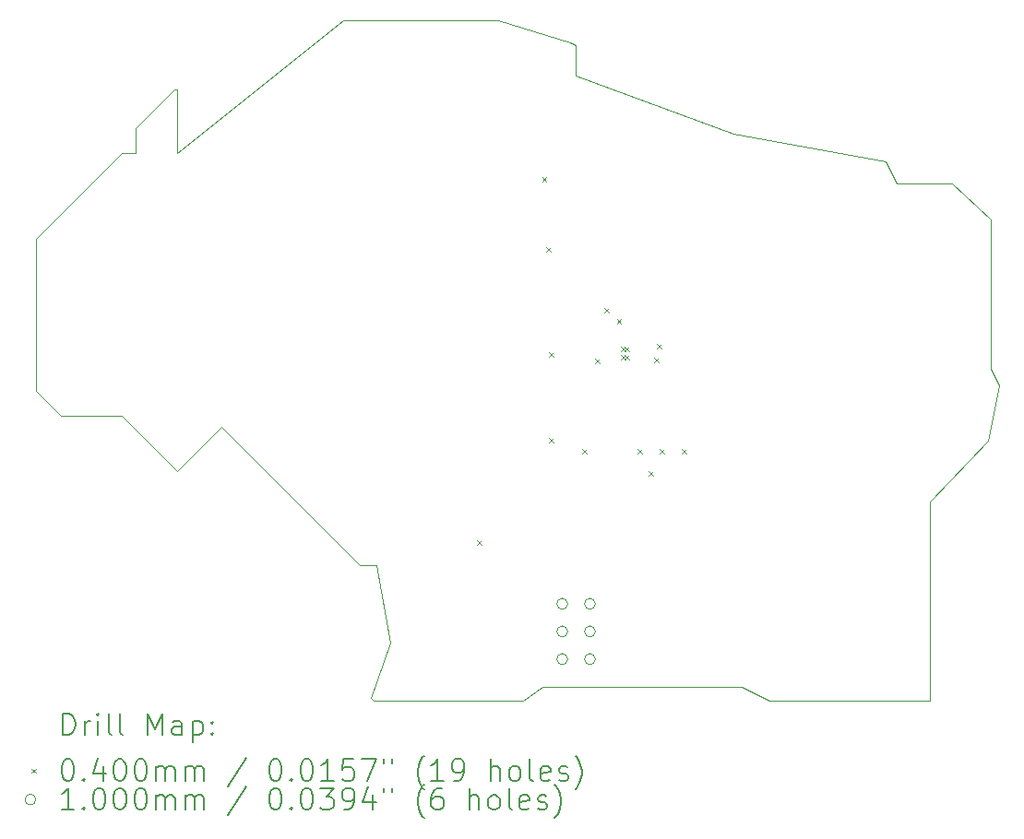
<source format=gbr>
%TF.GenerationSoftware,KiCad,Pcbnew,7.0.1*%
%TF.CreationDate,2024-01-19T17:32:19-06:00*%
%TF.ProjectId,Techno Buffalo,54656368-6e6f-4204-9275-6666616c6f2e,rev?*%
%TF.SameCoordinates,Original*%
%TF.FileFunction,Drillmap*%
%TF.FilePolarity,Positive*%
%FSLAX45Y45*%
G04 Gerber Fmt 4.5, Leading zero omitted, Abs format (unit mm)*
G04 Created by KiCad (PCBNEW 7.0.1) date 2024-01-19 17:32:19*
%MOMM*%
%LPD*%
G01*
G04 APERTURE LIST*
%ADD10C,0.100000*%
%ADD11C,0.200000*%
%ADD12C,0.040000*%
G04 APERTURE END LIST*
D10*
X13970000Y-12369800D02*
X13893800Y-12217400D01*
X13335000Y-15265400D02*
X13335000Y-13436600D01*
X7975600Y-9017000D02*
X7950200Y-9017000D01*
X5918200Y-12649200D02*
X6426200Y-13157200D01*
X5918200Y-10236200D02*
X5130800Y-11023600D01*
X6400800Y-9652000D02*
X6045200Y-10007600D01*
X9372600Y-9017000D02*
X7975600Y-9017000D01*
X11607800Y-15138400D02*
X11861800Y-15265400D01*
X8255000Y-14020800D02*
X8382000Y-14732000D01*
X10033000Y-9220200D02*
X9372600Y-9017000D01*
X9601200Y-15265400D02*
X9779000Y-15138400D01*
X12928600Y-10312400D02*
X11531600Y-10058400D01*
X5130800Y-12420600D02*
X5359400Y-12649200D01*
X8204200Y-15240000D02*
X8229600Y-15265400D01*
X8102600Y-14020800D02*
X8255000Y-14020800D01*
X8382000Y-14732000D02*
X8204200Y-15240000D01*
X6426200Y-9652000D02*
X6400800Y-9652000D01*
X13030200Y-10515600D02*
X12928600Y-10312400D01*
X10083800Y-9245600D02*
X10033000Y-9220200D01*
X5130800Y-11023600D02*
X5130800Y-12420600D01*
X6426200Y-10236200D02*
X6426200Y-9652000D01*
X6426200Y-13157200D02*
X6832600Y-12750800D01*
X6045200Y-10236200D02*
X5918200Y-10236200D01*
X8229600Y-15265400D02*
X9601200Y-15265400D01*
X13538200Y-10515600D02*
X13030200Y-10515600D01*
X13893800Y-10845800D02*
X13538200Y-10515600D01*
X9779000Y-15138400D02*
X11607800Y-15138400D01*
X7950200Y-9017000D02*
X6426200Y-10236200D01*
X13868400Y-12877800D02*
X13970000Y-12369800D01*
X6832600Y-12750800D02*
X8102600Y-14020800D01*
X6045200Y-10007600D02*
X6045200Y-10236200D01*
X11531600Y-10058400D02*
X10083800Y-9525000D01*
X11861800Y-15265400D02*
X13335000Y-15265400D01*
X13893800Y-12217400D02*
X13893800Y-10845800D01*
X5359400Y-12649200D02*
X5918200Y-12649200D01*
X13335000Y-13436600D02*
X13868400Y-12877800D01*
X10083800Y-9525000D02*
X10083800Y-9245600D01*
D11*
D12*
X9174800Y-13797600D02*
X9214800Y-13837600D01*
X9214800Y-13797600D02*
X9174800Y-13837600D01*
X9771700Y-10457500D02*
X9811700Y-10497500D01*
X9811700Y-10457500D02*
X9771700Y-10497500D01*
X9809800Y-11105200D02*
X9849800Y-11145200D01*
X9849800Y-11105200D02*
X9809800Y-11145200D01*
X9835200Y-12070400D02*
X9875200Y-12110400D01*
X9875200Y-12070400D02*
X9835200Y-12110400D01*
X9835200Y-12857800D02*
X9875200Y-12897800D01*
X9875200Y-12857800D02*
X9835200Y-12897800D01*
X10140000Y-12959400D02*
X10180000Y-12999400D01*
X10180000Y-12959400D02*
X10140000Y-12999400D01*
X10259566Y-12125750D02*
X10299566Y-12165750D01*
X10299566Y-12125750D02*
X10259566Y-12165750D01*
X10343200Y-11664000D02*
X10383200Y-11704000D01*
X10383200Y-11664000D02*
X10343200Y-11704000D01*
X10458450Y-11765600D02*
X10498450Y-11805600D01*
X10498450Y-11765600D02*
X10458450Y-11805600D01*
X10495600Y-12019600D02*
X10535600Y-12059600D01*
X10535600Y-12019600D02*
X10495600Y-12059600D01*
X10495600Y-12095800D02*
X10535600Y-12135800D01*
X10535600Y-12095800D02*
X10495600Y-12135800D01*
X10527250Y-12019600D02*
X10567250Y-12059600D01*
X10567250Y-12019600D02*
X10527250Y-12059600D01*
X10527250Y-12095800D02*
X10567250Y-12135800D01*
X10567250Y-12095800D02*
X10527250Y-12135800D01*
X10648000Y-12959400D02*
X10688000Y-12999400D01*
X10688000Y-12959400D02*
X10648000Y-12999400D01*
X10749600Y-13162600D02*
X10789600Y-13202600D01*
X10789600Y-13162600D02*
X10749600Y-13202600D01*
X10800400Y-12121200D02*
X10840400Y-12161200D01*
X10840400Y-12121200D02*
X10800400Y-12161200D01*
X10825800Y-11994200D02*
X10865800Y-12034200D01*
X10865800Y-11994200D02*
X10825800Y-12034200D01*
X10851200Y-12959400D02*
X10891200Y-12999400D01*
X10891200Y-12959400D02*
X10851200Y-12999400D01*
X11054400Y-12959400D02*
X11094400Y-12999400D01*
X11094400Y-12959400D02*
X11054400Y-12999400D01*
D10*
X10006800Y-14376400D02*
G75*
G03*
X10006800Y-14376400I-50000J0D01*
G01*
X10006800Y-14630400D02*
G75*
G03*
X10006800Y-14630400I-50000J0D01*
G01*
X10006800Y-14884400D02*
G75*
G03*
X10006800Y-14884400I-50000J0D01*
G01*
X10260800Y-14376400D02*
G75*
G03*
X10260800Y-14376400I-50000J0D01*
G01*
X10260800Y-14630400D02*
G75*
G03*
X10260800Y-14630400I-50000J0D01*
G01*
X10260800Y-14884400D02*
G75*
G03*
X10260800Y-14884400I-50000J0D01*
G01*
D11*
X5373419Y-15582924D02*
X5373419Y-15382924D01*
X5373419Y-15382924D02*
X5421038Y-15382924D01*
X5421038Y-15382924D02*
X5449610Y-15392448D01*
X5449610Y-15392448D02*
X5468657Y-15411495D01*
X5468657Y-15411495D02*
X5478181Y-15430543D01*
X5478181Y-15430543D02*
X5487705Y-15468638D01*
X5487705Y-15468638D02*
X5487705Y-15497209D01*
X5487705Y-15497209D02*
X5478181Y-15535305D01*
X5478181Y-15535305D02*
X5468657Y-15554352D01*
X5468657Y-15554352D02*
X5449610Y-15573400D01*
X5449610Y-15573400D02*
X5421038Y-15582924D01*
X5421038Y-15582924D02*
X5373419Y-15582924D01*
X5573419Y-15582924D02*
X5573419Y-15449590D01*
X5573419Y-15487686D02*
X5582943Y-15468638D01*
X5582943Y-15468638D02*
X5592467Y-15459114D01*
X5592467Y-15459114D02*
X5611514Y-15449590D01*
X5611514Y-15449590D02*
X5630562Y-15449590D01*
X5697228Y-15582924D02*
X5697228Y-15449590D01*
X5697228Y-15382924D02*
X5687705Y-15392448D01*
X5687705Y-15392448D02*
X5697228Y-15401971D01*
X5697228Y-15401971D02*
X5706752Y-15392448D01*
X5706752Y-15392448D02*
X5697228Y-15382924D01*
X5697228Y-15382924D02*
X5697228Y-15401971D01*
X5821038Y-15582924D02*
X5801990Y-15573400D01*
X5801990Y-15573400D02*
X5792467Y-15554352D01*
X5792467Y-15554352D02*
X5792467Y-15382924D01*
X5925800Y-15582924D02*
X5906752Y-15573400D01*
X5906752Y-15573400D02*
X5897228Y-15554352D01*
X5897228Y-15554352D02*
X5897228Y-15382924D01*
X6154371Y-15582924D02*
X6154371Y-15382924D01*
X6154371Y-15382924D02*
X6221038Y-15525781D01*
X6221038Y-15525781D02*
X6287705Y-15382924D01*
X6287705Y-15382924D02*
X6287705Y-15582924D01*
X6468657Y-15582924D02*
X6468657Y-15478162D01*
X6468657Y-15478162D02*
X6459133Y-15459114D01*
X6459133Y-15459114D02*
X6440086Y-15449590D01*
X6440086Y-15449590D02*
X6401990Y-15449590D01*
X6401990Y-15449590D02*
X6382943Y-15459114D01*
X6468657Y-15573400D02*
X6449609Y-15582924D01*
X6449609Y-15582924D02*
X6401990Y-15582924D01*
X6401990Y-15582924D02*
X6382943Y-15573400D01*
X6382943Y-15573400D02*
X6373419Y-15554352D01*
X6373419Y-15554352D02*
X6373419Y-15535305D01*
X6373419Y-15535305D02*
X6382943Y-15516257D01*
X6382943Y-15516257D02*
X6401990Y-15506733D01*
X6401990Y-15506733D02*
X6449609Y-15506733D01*
X6449609Y-15506733D02*
X6468657Y-15497209D01*
X6563895Y-15449590D02*
X6563895Y-15649590D01*
X6563895Y-15459114D02*
X6582943Y-15449590D01*
X6582943Y-15449590D02*
X6621038Y-15449590D01*
X6621038Y-15449590D02*
X6640086Y-15459114D01*
X6640086Y-15459114D02*
X6649609Y-15468638D01*
X6649609Y-15468638D02*
X6659133Y-15487686D01*
X6659133Y-15487686D02*
X6659133Y-15544828D01*
X6659133Y-15544828D02*
X6649609Y-15563876D01*
X6649609Y-15563876D02*
X6640086Y-15573400D01*
X6640086Y-15573400D02*
X6621038Y-15582924D01*
X6621038Y-15582924D02*
X6582943Y-15582924D01*
X6582943Y-15582924D02*
X6563895Y-15573400D01*
X6744848Y-15563876D02*
X6754371Y-15573400D01*
X6754371Y-15573400D02*
X6744848Y-15582924D01*
X6744848Y-15582924D02*
X6735324Y-15573400D01*
X6735324Y-15573400D02*
X6744848Y-15563876D01*
X6744848Y-15563876D02*
X6744848Y-15582924D01*
X6744848Y-15459114D02*
X6754371Y-15468638D01*
X6754371Y-15468638D02*
X6744848Y-15478162D01*
X6744848Y-15478162D02*
X6735324Y-15468638D01*
X6735324Y-15468638D02*
X6744848Y-15459114D01*
X6744848Y-15459114D02*
X6744848Y-15478162D01*
D12*
X5085800Y-15890400D02*
X5125800Y-15930400D01*
X5125800Y-15890400D02*
X5085800Y-15930400D01*
D11*
X5411514Y-15802924D02*
X5430562Y-15802924D01*
X5430562Y-15802924D02*
X5449610Y-15812448D01*
X5449610Y-15812448D02*
X5459133Y-15821971D01*
X5459133Y-15821971D02*
X5468657Y-15841019D01*
X5468657Y-15841019D02*
X5478181Y-15879114D01*
X5478181Y-15879114D02*
X5478181Y-15926733D01*
X5478181Y-15926733D02*
X5468657Y-15964828D01*
X5468657Y-15964828D02*
X5459133Y-15983876D01*
X5459133Y-15983876D02*
X5449610Y-15993400D01*
X5449610Y-15993400D02*
X5430562Y-16002924D01*
X5430562Y-16002924D02*
X5411514Y-16002924D01*
X5411514Y-16002924D02*
X5392467Y-15993400D01*
X5392467Y-15993400D02*
X5382943Y-15983876D01*
X5382943Y-15983876D02*
X5373419Y-15964828D01*
X5373419Y-15964828D02*
X5363895Y-15926733D01*
X5363895Y-15926733D02*
X5363895Y-15879114D01*
X5363895Y-15879114D02*
X5373419Y-15841019D01*
X5373419Y-15841019D02*
X5382943Y-15821971D01*
X5382943Y-15821971D02*
X5392467Y-15812448D01*
X5392467Y-15812448D02*
X5411514Y-15802924D01*
X5563895Y-15983876D02*
X5573419Y-15993400D01*
X5573419Y-15993400D02*
X5563895Y-16002924D01*
X5563895Y-16002924D02*
X5554371Y-15993400D01*
X5554371Y-15993400D02*
X5563895Y-15983876D01*
X5563895Y-15983876D02*
X5563895Y-16002924D01*
X5744848Y-15869590D02*
X5744848Y-16002924D01*
X5697228Y-15793400D02*
X5649609Y-15936257D01*
X5649609Y-15936257D02*
X5773419Y-15936257D01*
X5887705Y-15802924D02*
X5906752Y-15802924D01*
X5906752Y-15802924D02*
X5925800Y-15812448D01*
X5925800Y-15812448D02*
X5935324Y-15821971D01*
X5935324Y-15821971D02*
X5944848Y-15841019D01*
X5944848Y-15841019D02*
X5954371Y-15879114D01*
X5954371Y-15879114D02*
X5954371Y-15926733D01*
X5954371Y-15926733D02*
X5944848Y-15964828D01*
X5944848Y-15964828D02*
X5935324Y-15983876D01*
X5935324Y-15983876D02*
X5925800Y-15993400D01*
X5925800Y-15993400D02*
X5906752Y-16002924D01*
X5906752Y-16002924D02*
X5887705Y-16002924D01*
X5887705Y-16002924D02*
X5868657Y-15993400D01*
X5868657Y-15993400D02*
X5859133Y-15983876D01*
X5859133Y-15983876D02*
X5849609Y-15964828D01*
X5849609Y-15964828D02*
X5840086Y-15926733D01*
X5840086Y-15926733D02*
X5840086Y-15879114D01*
X5840086Y-15879114D02*
X5849609Y-15841019D01*
X5849609Y-15841019D02*
X5859133Y-15821971D01*
X5859133Y-15821971D02*
X5868657Y-15812448D01*
X5868657Y-15812448D02*
X5887705Y-15802924D01*
X6078181Y-15802924D02*
X6097229Y-15802924D01*
X6097229Y-15802924D02*
X6116276Y-15812448D01*
X6116276Y-15812448D02*
X6125800Y-15821971D01*
X6125800Y-15821971D02*
X6135324Y-15841019D01*
X6135324Y-15841019D02*
X6144848Y-15879114D01*
X6144848Y-15879114D02*
X6144848Y-15926733D01*
X6144848Y-15926733D02*
X6135324Y-15964828D01*
X6135324Y-15964828D02*
X6125800Y-15983876D01*
X6125800Y-15983876D02*
X6116276Y-15993400D01*
X6116276Y-15993400D02*
X6097229Y-16002924D01*
X6097229Y-16002924D02*
X6078181Y-16002924D01*
X6078181Y-16002924D02*
X6059133Y-15993400D01*
X6059133Y-15993400D02*
X6049609Y-15983876D01*
X6049609Y-15983876D02*
X6040086Y-15964828D01*
X6040086Y-15964828D02*
X6030562Y-15926733D01*
X6030562Y-15926733D02*
X6030562Y-15879114D01*
X6030562Y-15879114D02*
X6040086Y-15841019D01*
X6040086Y-15841019D02*
X6049609Y-15821971D01*
X6049609Y-15821971D02*
X6059133Y-15812448D01*
X6059133Y-15812448D02*
X6078181Y-15802924D01*
X6230562Y-16002924D02*
X6230562Y-15869590D01*
X6230562Y-15888638D02*
X6240086Y-15879114D01*
X6240086Y-15879114D02*
X6259133Y-15869590D01*
X6259133Y-15869590D02*
X6287705Y-15869590D01*
X6287705Y-15869590D02*
X6306752Y-15879114D01*
X6306752Y-15879114D02*
X6316276Y-15898162D01*
X6316276Y-15898162D02*
X6316276Y-16002924D01*
X6316276Y-15898162D02*
X6325800Y-15879114D01*
X6325800Y-15879114D02*
X6344848Y-15869590D01*
X6344848Y-15869590D02*
X6373419Y-15869590D01*
X6373419Y-15869590D02*
X6392467Y-15879114D01*
X6392467Y-15879114D02*
X6401990Y-15898162D01*
X6401990Y-15898162D02*
X6401990Y-16002924D01*
X6497229Y-16002924D02*
X6497229Y-15869590D01*
X6497229Y-15888638D02*
X6506752Y-15879114D01*
X6506752Y-15879114D02*
X6525800Y-15869590D01*
X6525800Y-15869590D02*
X6554371Y-15869590D01*
X6554371Y-15869590D02*
X6573419Y-15879114D01*
X6573419Y-15879114D02*
X6582943Y-15898162D01*
X6582943Y-15898162D02*
X6582943Y-16002924D01*
X6582943Y-15898162D02*
X6592467Y-15879114D01*
X6592467Y-15879114D02*
X6611514Y-15869590D01*
X6611514Y-15869590D02*
X6640086Y-15869590D01*
X6640086Y-15869590D02*
X6659133Y-15879114D01*
X6659133Y-15879114D02*
X6668657Y-15898162D01*
X6668657Y-15898162D02*
X6668657Y-16002924D01*
X7059133Y-15793400D02*
X6887705Y-16050543D01*
X7316276Y-15802924D02*
X7335324Y-15802924D01*
X7335324Y-15802924D02*
X7354372Y-15812448D01*
X7354372Y-15812448D02*
X7363895Y-15821971D01*
X7363895Y-15821971D02*
X7373419Y-15841019D01*
X7373419Y-15841019D02*
X7382943Y-15879114D01*
X7382943Y-15879114D02*
X7382943Y-15926733D01*
X7382943Y-15926733D02*
X7373419Y-15964828D01*
X7373419Y-15964828D02*
X7363895Y-15983876D01*
X7363895Y-15983876D02*
X7354372Y-15993400D01*
X7354372Y-15993400D02*
X7335324Y-16002924D01*
X7335324Y-16002924D02*
X7316276Y-16002924D01*
X7316276Y-16002924D02*
X7297229Y-15993400D01*
X7297229Y-15993400D02*
X7287705Y-15983876D01*
X7287705Y-15983876D02*
X7278181Y-15964828D01*
X7278181Y-15964828D02*
X7268657Y-15926733D01*
X7268657Y-15926733D02*
X7268657Y-15879114D01*
X7268657Y-15879114D02*
X7278181Y-15841019D01*
X7278181Y-15841019D02*
X7287705Y-15821971D01*
X7287705Y-15821971D02*
X7297229Y-15812448D01*
X7297229Y-15812448D02*
X7316276Y-15802924D01*
X7468657Y-15983876D02*
X7478181Y-15993400D01*
X7478181Y-15993400D02*
X7468657Y-16002924D01*
X7468657Y-16002924D02*
X7459133Y-15993400D01*
X7459133Y-15993400D02*
X7468657Y-15983876D01*
X7468657Y-15983876D02*
X7468657Y-16002924D01*
X7601991Y-15802924D02*
X7621038Y-15802924D01*
X7621038Y-15802924D02*
X7640086Y-15812448D01*
X7640086Y-15812448D02*
X7649610Y-15821971D01*
X7649610Y-15821971D02*
X7659133Y-15841019D01*
X7659133Y-15841019D02*
X7668657Y-15879114D01*
X7668657Y-15879114D02*
X7668657Y-15926733D01*
X7668657Y-15926733D02*
X7659133Y-15964828D01*
X7659133Y-15964828D02*
X7649610Y-15983876D01*
X7649610Y-15983876D02*
X7640086Y-15993400D01*
X7640086Y-15993400D02*
X7621038Y-16002924D01*
X7621038Y-16002924D02*
X7601991Y-16002924D01*
X7601991Y-16002924D02*
X7582943Y-15993400D01*
X7582943Y-15993400D02*
X7573419Y-15983876D01*
X7573419Y-15983876D02*
X7563895Y-15964828D01*
X7563895Y-15964828D02*
X7554372Y-15926733D01*
X7554372Y-15926733D02*
X7554372Y-15879114D01*
X7554372Y-15879114D02*
X7563895Y-15841019D01*
X7563895Y-15841019D02*
X7573419Y-15821971D01*
X7573419Y-15821971D02*
X7582943Y-15812448D01*
X7582943Y-15812448D02*
X7601991Y-15802924D01*
X7859133Y-16002924D02*
X7744848Y-16002924D01*
X7801991Y-16002924D02*
X7801991Y-15802924D01*
X7801991Y-15802924D02*
X7782943Y-15831495D01*
X7782943Y-15831495D02*
X7763895Y-15850543D01*
X7763895Y-15850543D02*
X7744848Y-15860067D01*
X8040086Y-15802924D02*
X7944848Y-15802924D01*
X7944848Y-15802924D02*
X7935324Y-15898162D01*
X7935324Y-15898162D02*
X7944848Y-15888638D01*
X7944848Y-15888638D02*
X7963895Y-15879114D01*
X7963895Y-15879114D02*
X8011514Y-15879114D01*
X8011514Y-15879114D02*
X8030562Y-15888638D01*
X8030562Y-15888638D02*
X8040086Y-15898162D01*
X8040086Y-15898162D02*
X8049610Y-15917209D01*
X8049610Y-15917209D02*
X8049610Y-15964828D01*
X8049610Y-15964828D02*
X8040086Y-15983876D01*
X8040086Y-15983876D02*
X8030562Y-15993400D01*
X8030562Y-15993400D02*
X8011514Y-16002924D01*
X8011514Y-16002924D02*
X7963895Y-16002924D01*
X7963895Y-16002924D02*
X7944848Y-15993400D01*
X7944848Y-15993400D02*
X7935324Y-15983876D01*
X8116276Y-15802924D02*
X8249610Y-15802924D01*
X8249610Y-15802924D02*
X8163895Y-16002924D01*
X8316276Y-15802924D02*
X8316276Y-15841019D01*
X8392467Y-15802924D02*
X8392467Y-15841019D01*
X8687705Y-16079114D02*
X8678181Y-16069590D01*
X8678181Y-16069590D02*
X8659134Y-16041019D01*
X8659134Y-16041019D02*
X8649610Y-16021971D01*
X8649610Y-16021971D02*
X8640086Y-15993400D01*
X8640086Y-15993400D02*
X8630562Y-15945781D01*
X8630562Y-15945781D02*
X8630562Y-15907686D01*
X8630562Y-15907686D02*
X8640086Y-15860067D01*
X8640086Y-15860067D02*
X8649610Y-15831495D01*
X8649610Y-15831495D02*
X8659134Y-15812448D01*
X8659134Y-15812448D02*
X8678181Y-15783876D01*
X8678181Y-15783876D02*
X8687705Y-15774352D01*
X8868657Y-16002924D02*
X8754372Y-16002924D01*
X8811515Y-16002924D02*
X8811515Y-15802924D01*
X8811515Y-15802924D02*
X8792467Y-15831495D01*
X8792467Y-15831495D02*
X8773419Y-15850543D01*
X8773419Y-15850543D02*
X8754372Y-15860067D01*
X8963896Y-16002924D02*
X9001991Y-16002924D01*
X9001991Y-16002924D02*
X9021038Y-15993400D01*
X9021038Y-15993400D02*
X9030562Y-15983876D01*
X9030562Y-15983876D02*
X9049610Y-15955305D01*
X9049610Y-15955305D02*
X9059134Y-15917209D01*
X9059134Y-15917209D02*
X9059134Y-15841019D01*
X9059134Y-15841019D02*
X9049610Y-15821971D01*
X9049610Y-15821971D02*
X9040086Y-15812448D01*
X9040086Y-15812448D02*
X9021038Y-15802924D01*
X9021038Y-15802924D02*
X8982943Y-15802924D01*
X8982943Y-15802924D02*
X8963896Y-15812448D01*
X8963896Y-15812448D02*
X8954372Y-15821971D01*
X8954372Y-15821971D02*
X8944848Y-15841019D01*
X8944848Y-15841019D02*
X8944848Y-15888638D01*
X8944848Y-15888638D02*
X8954372Y-15907686D01*
X8954372Y-15907686D02*
X8963896Y-15917209D01*
X8963896Y-15917209D02*
X8982943Y-15926733D01*
X8982943Y-15926733D02*
X9021038Y-15926733D01*
X9021038Y-15926733D02*
X9040086Y-15917209D01*
X9040086Y-15917209D02*
X9049610Y-15907686D01*
X9049610Y-15907686D02*
X9059134Y-15888638D01*
X9297229Y-16002924D02*
X9297229Y-15802924D01*
X9382943Y-16002924D02*
X9382943Y-15898162D01*
X9382943Y-15898162D02*
X9373419Y-15879114D01*
X9373419Y-15879114D02*
X9354372Y-15869590D01*
X9354372Y-15869590D02*
X9325800Y-15869590D01*
X9325800Y-15869590D02*
X9306753Y-15879114D01*
X9306753Y-15879114D02*
X9297229Y-15888638D01*
X9506753Y-16002924D02*
X9487705Y-15993400D01*
X9487705Y-15993400D02*
X9478181Y-15983876D01*
X9478181Y-15983876D02*
X9468658Y-15964828D01*
X9468658Y-15964828D02*
X9468658Y-15907686D01*
X9468658Y-15907686D02*
X9478181Y-15888638D01*
X9478181Y-15888638D02*
X9487705Y-15879114D01*
X9487705Y-15879114D02*
X9506753Y-15869590D01*
X9506753Y-15869590D02*
X9535324Y-15869590D01*
X9535324Y-15869590D02*
X9554372Y-15879114D01*
X9554372Y-15879114D02*
X9563896Y-15888638D01*
X9563896Y-15888638D02*
X9573419Y-15907686D01*
X9573419Y-15907686D02*
X9573419Y-15964828D01*
X9573419Y-15964828D02*
X9563896Y-15983876D01*
X9563896Y-15983876D02*
X9554372Y-15993400D01*
X9554372Y-15993400D02*
X9535324Y-16002924D01*
X9535324Y-16002924D02*
X9506753Y-16002924D01*
X9687705Y-16002924D02*
X9668658Y-15993400D01*
X9668658Y-15993400D02*
X9659134Y-15974352D01*
X9659134Y-15974352D02*
X9659134Y-15802924D01*
X9840086Y-15993400D02*
X9821039Y-16002924D01*
X9821039Y-16002924D02*
X9782943Y-16002924D01*
X9782943Y-16002924D02*
X9763896Y-15993400D01*
X9763896Y-15993400D02*
X9754372Y-15974352D01*
X9754372Y-15974352D02*
X9754372Y-15898162D01*
X9754372Y-15898162D02*
X9763896Y-15879114D01*
X9763896Y-15879114D02*
X9782943Y-15869590D01*
X9782943Y-15869590D02*
X9821039Y-15869590D01*
X9821039Y-15869590D02*
X9840086Y-15879114D01*
X9840086Y-15879114D02*
X9849610Y-15898162D01*
X9849610Y-15898162D02*
X9849610Y-15917209D01*
X9849610Y-15917209D02*
X9754372Y-15936257D01*
X9925800Y-15993400D02*
X9944848Y-16002924D01*
X9944848Y-16002924D02*
X9982943Y-16002924D01*
X9982943Y-16002924D02*
X10001991Y-15993400D01*
X10001991Y-15993400D02*
X10011515Y-15974352D01*
X10011515Y-15974352D02*
X10011515Y-15964828D01*
X10011515Y-15964828D02*
X10001991Y-15945781D01*
X10001991Y-15945781D02*
X9982943Y-15936257D01*
X9982943Y-15936257D02*
X9954372Y-15936257D01*
X9954372Y-15936257D02*
X9935324Y-15926733D01*
X9935324Y-15926733D02*
X9925800Y-15907686D01*
X9925800Y-15907686D02*
X9925800Y-15898162D01*
X9925800Y-15898162D02*
X9935324Y-15879114D01*
X9935324Y-15879114D02*
X9954372Y-15869590D01*
X9954372Y-15869590D02*
X9982943Y-15869590D01*
X9982943Y-15869590D02*
X10001991Y-15879114D01*
X10078181Y-16079114D02*
X10087705Y-16069590D01*
X10087705Y-16069590D02*
X10106753Y-16041019D01*
X10106753Y-16041019D02*
X10116277Y-16021971D01*
X10116277Y-16021971D02*
X10125800Y-15993400D01*
X10125800Y-15993400D02*
X10135324Y-15945781D01*
X10135324Y-15945781D02*
X10135324Y-15907686D01*
X10135324Y-15907686D02*
X10125800Y-15860067D01*
X10125800Y-15860067D02*
X10116277Y-15831495D01*
X10116277Y-15831495D02*
X10106753Y-15812448D01*
X10106753Y-15812448D02*
X10087705Y-15783876D01*
X10087705Y-15783876D02*
X10078181Y-15774352D01*
D10*
X5125800Y-16174400D02*
G75*
G03*
X5125800Y-16174400I-50000J0D01*
G01*
D11*
X5478181Y-16266924D02*
X5363895Y-16266924D01*
X5421038Y-16266924D02*
X5421038Y-16066924D01*
X5421038Y-16066924D02*
X5401990Y-16095495D01*
X5401990Y-16095495D02*
X5382943Y-16114543D01*
X5382943Y-16114543D02*
X5363895Y-16124067D01*
X5563895Y-16247876D02*
X5573419Y-16257400D01*
X5573419Y-16257400D02*
X5563895Y-16266924D01*
X5563895Y-16266924D02*
X5554371Y-16257400D01*
X5554371Y-16257400D02*
X5563895Y-16247876D01*
X5563895Y-16247876D02*
X5563895Y-16266924D01*
X5697228Y-16066924D02*
X5716276Y-16066924D01*
X5716276Y-16066924D02*
X5735324Y-16076448D01*
X5735324Y-16076448D02*
X5744848Y-16085971D01*
X5744848Y-16085971D02*
X5754371Y-16105019D01*
X5754371Y-16105019D02*
X5763895Y-16143114D01*
X5763895Y-16143114D02*
X5763895Y-16190733D01*
X5763895Y-16190733D02*
X5754371Y-16228828D01*
X5754371Y-16228828D02*
X5744848Y-16247876D01*
X5744848Y-16247876D02*
X5735324Y-16257400D01*
X5735324Y-16257400D02*
X5716276Y-16266924D01*
X5716276Y-16266924D02*
X5697228Y-16266924D01*
X5697228Y-16266924D02*
X5678181Y-16257400D01*
X5678181Y-16257400D02*
X5668657Y-16247876D01*
X5668657Y-16247876D02*
X5659133Y-16228828D01*
X5659133Y-16228828D02*
X5649609Y-16190733D01*
X5649609Y-16190733D02*
X5649609Y-16143114D01*
X5649609Y-16143114D02*
X5659133Y-16105019D01*
X5659133Y-16105019D02*
X5668657Y-16085971D01*
X5668657Y-16085971D02*
X5678181Y-16076448D01*
X5678181Y-16076448D02*
X5697228Y-16066924D01*
X5887705Y-16066924D02*
X5906752Y-16066924D01*
X5906752Y-16066924D02*
X5925800Y-16076448D01*
X5925800Y-16076448D02*
X5935324Y-16085971D01*
X5935324Y-16085971D02*
X5944848Y-16105019D01*
X5944848Y-16105019D02*
X5954371Y-16143114D01*
X5954371Y-16143114D02*
X5954371Y-16190733D01*
X5954371Y-16190733D02*
X5944848Y-16228828D01*
X5944848Y-16228828D02*
X5935324Y-16247876D01*
X5935324Y-16247876D02*
X5925800Y-16257400D01*
X5925800Y-16257400D02*
X5906752Y-16266924D01*
X5906752Y-16266924D02*
X5887705Y-16266924D01*
X5887705Y-16266924D02*
X5868657Y-16257400D01*
X5868657Y-16257400D02*
X5859133Y-16247876D01*
X5859133Y-16247876D02*
X5849609Y-16228828D01*
X5849609Y-16228828D02*
X5840086Y-16190733D01*
X5840086Y-16190733D02*
X5840086Y-16143114D01*
X5840086Y-16143114D02*
X5849609Y-16105019D01*
X5849609Y-16105019D02*
X5859133Y-16085971D01*
X5859133Y-16085971D02*
X5868657Y-16076448D01*
X5868657Y-16076448D02*
X5887705Y-16066924D01*
X6078181Y-16066924D02*
X6097229Y-16066924D01*
X6097229Y-16066924D02*
X6116276Y-16076448D01*
X6116276Y-16076448D02*
X6125800Y-16085971D01*
X6125800Y-16085971D02*
X6135324Y-16105019D01*
X6135324Y-16105019D02*
X6144848Y-16143114D01*
X6144848Y-16143114D02*
X6144848Y-16190733D01*
X6144848Y-16190733D02*
X6135324Y-16228828D01*
X6135324Y-16228828D02*
X6125800Y-16247876D01*
X6125800Y-16247876D02*
X6116276Y-16257400D01*
X6116276Y-16257400D02*
X6097229Y-16266924D01*
X6097229Y-16266924D02*
X6078181Y-16266924D01*
X6078181Y-16266924D02*
X6059133Y-16257400D01*
X6059133Y-16257400D02*
X6049609Y-16247876D01*
X6049609Y-16247876D02*
X6040086Y-16228828D01*
X6040086Y-16228828D02*
X6030562Y-16190733D01*
X6030562Y-16190733D02*
X6030562Y-16143114D01*
X6030562Y-16143114D02*
X6040086Y-16105019D01*
X6040086Y-16105019D02*
X6049609Y-16085971D01*
X6049609Y-16085971D02*
X6059133Y-16076448D01*
X6059133Y-16076448D02*
X6078181Y-16066924D01*
X6230562Y-16266924D02*
X6230562Y-16133590D01*
X6230562Y-16152638D02*
X6240086Y-16143114D01*
X6240086Y-16143114D02*
X6259133Y-16133590D01*
X6259133Y-16133590D02*
X6287705Y-16133590D01*
X6287705Y-16133590D02*
X6306752Y-16143114D01*
X6306752Y-16143114D02*
X6316276Y-16162162D01*
X6316276Y-16162162D02*
X6316276Y-16266924D01*
X6316276Y-16162162D02*
X6325800Y-16143114D01*
X6325800Y-16143114D02*
X6344848Y-16133590D01*
X6344848Y-16133590D02*
X6373419Y-16133590D01*
X6373419Y-16133590D02*
X6392467Y-16143114D01*
X6392467Y-16143114D02*
X6401990Y-16162162D01*
X6401990Y-16162162D02*
X6401990Y-16266924D01*
X6497229Y-16266924D02*
X6497229Y-16133590D01*
X6497229Y-16152638D02*
X6506752Y-16143114D01*
X6506752Y-16143114D02*
X6525800Y-16133590D01*
X6525800Y-16133590D02*
X6554371Y-16133590D01*
X6554371Y-16133590D02*
X6573419Y-16143114D01*
X6573419Y-16143114D02*
X6582943Y-16162162D01*
X6582943Y-16162162D02*
X6582943Y-16266924D01*
X6582943Y-16162162D02*
X6592467Y-16143114D01*
X6592467Y-16143114D02*
X6611514Y-16133590D01*
X6611514Y-16133590D02*
X6640086Y-16133590D01*
X6640086Y-16133590D02*
X6659133Y-16143114D01*
X6659133Y-16143114D02*
X6668657Y-16162162D01*
X6668657Y-16162162D02*
X6668657Y-16266924D01*
X7059133Y-16057400D02*
X6887705Y-16314543D01*
X7316276Y-16066924D02*
X7335324Y-16066924D01*
X7335324Y-16066924D02*
X7354372Y-16076448D01*
X7354372Y-16076448D02*
X7363895Y-16085971D01*
X7363895Y-16085971D02*
X7373419Y-16105019D01*
X7373419Y-16105019D02*
X7382943Y-16143114D01*
X7382943Y-16143114D02*
X7382943Y-16190733D01*
X7382943Y-16190733D02*
X7373419Y-16228828D01*
X7373419Y-16228828D02*
X7363895Y-16247876D01*
X7363895Y-16247876D02*
X7354372Y-16257400D01*
X7354372Y-16257400D02*
X7335324Y-16266924D01*
X7335324Y-16266924D02*
X7316276Y-16266924D01*
X7316276Y-16266924D02*
X7297229Y-16257400D01*
X7297229Y-16257400D02*
X7287705Y-16247876D01*
X7287705Y-16247876D02*
X7278181Y-16228828D01*
X7278181Y-16228828D02*
X7268657Y-16190733D01*
X7268657Y-16190733D02*
X7268657Y-16143114D01*
X7268657Y-16143114D02*
X7278181Y-16105019D01*
X7278181Y-16105019D02*
X7287705Y-16085971D01*
X7287705Y-16085971D02*
X7297229Y-16076448D01*
X7297229Y-16076448D02*
X7316276Y-16066924D01*
X7468657Y-16247876D02*
X7478181Y-16257400D01*
X7478181Y-16257400D02*
X7468657Y-16266924D01*
X7468657Y-16266924D02*
X7459133Y-16257400D01*
X7459133Y-16257400D02*
X7468657Y-16247876D01*
X7468657Y-16247876D02*
X7468657Y-16266924D01*
X7601991Y-16066924D02*
X7621038Y-16066924D01*
X7621038Y-16066924D02*
X7640086Y-16076448D01*
X7640086Y-16076448D02*
X7649610Y-16085971D01*
X7649610Y-16085971D02*
X7659133Y-16105019D01*
X7659133Y-16105019D02*
X7668657Y-16143114D01*
X7668657Y-16143114D02*
X7668657Y-16190733D01*
X7668657Y-16190733D02*
X7659133Y-16228828D01*
X7659133Y-16228828D02*
X7649610Y-16247876D01*
X7649610Y-16247876D02*
X7640086Y-16257400D01*
X7640086Y-16257400D02*
X7621038Y-16266924D01*
X7621038Y-16266924D02*
X7601991Y-16266924D01*
X7601991Y-16266924D02*
X7582943Y-16257400D01*
X7582943Y-16257400D02*
X7573419Y-16247876D01*
X7573419Y-16247876D02*
X7563895Y-16228828D01*
X7563895Y-16228828D02*
X7554372Y-16190733D01*
X7554372Y-16190733D02*
X7554372Y-16143114D01*
X7554372Y-16143114D02*
X7563895Y-16105019D01*
X7563895Y-16105019D02*
X7573419Y-16085971D01*
X7573419Y-16085971D02*
X7582943Y-16076448D01*
X7582943Y-16076448D02*
X7601991Y-16066924D01*
X7735324Y-16066924D02*
X7859133Y-16066924D01*
X7859133Y-16066924D02*
X7792467Y-16143114D01*
X7792467Y-16143114D02*
X7821038Y-16143114D01*
X7821038Y-16143114D02*
X7840086Y-16152638D01*
X7840086Y-16152638D02*
X7849610Y-16162162D01*
X7849610Y-16162162D02*
X7859133Y-16181209D01*
X7859133Y-16181209D02*
X7859133Y-16228828D01*
X7859133Y-16228828D02*
X7849610Y-16247876D01*
X7849610Y-16247876D02*
X7840086Y-16257400D01*
X7840086Y-16257400D02*
X7821038Y-16266924D01*
X7821038Y-16266924D02*
X7763895Y-16266924D01*
X7763895Y-16266924D02*
X7744848Y-16257400D01*
X7744848Y-16257400D02*
X7735324Y-16247876D01*
X7954372Y-16266924D02*
X7992467Y-16266924D01*
X7992467Y-16266924D02*
X8011514Y-16257400D01*
X8011514Y-16257400D02*
X8021038Y-16247876D01*
X8021038Y-16247876D02*
X8040086Y-16219305D01*
X8040086Y-16219305D02*
X8049610Y-16181209D01*
X8049610Y-16181209D02*
X8049610Y-16105019D01*
X8049610Y-16105019D02*
X8040086Y-16085971D01*
X8040086Y-16085971D02*
X8030562Y-16076448D01*
X8030562Y-16076448D02*
X8011514Y-16066924D01*
X8011514Y-16066924D02*
X7973419Y-16066924D01*
X7973419Y-16066924D02*
X7954372Y-16076448D01*
X7954372Y-16076448D02*
X7944848Y-16085971D01*
X7944848Y-16085971D02*
X7935324Y-16105019D01*
X7935324Y-16105019D02*
X7935324Y-16152638D01*
X7935324Y-16152638D02*
X7944848Y-16171686D01*
X7944848Y-16171686D02*
X7954372Y-16181209D01*
X7954372Y-16181209D02*
X7973419Y-16190733D01*
X7973419Y-16190733D02*
X8011514Y-16190733D01*
X8011514Y-16190733D02*
X8030562Y-16181209D01*
X8030562Y-16181209D02*
X8040086Y-16171686D01*
X8040086Y-16171686D02*
X8049610Y-16152638D01*
X8221038Y-16133590D02*
X8221038Y-16266924D01*
X8173419Y-16057400D02*
X8125800Y-16200257D01*
X8125800Y-16200257D02*
X8249610Y-16200257D01*
X8316276Y-16066924D02*
X8316276Y-16105019D01*
X8392467Y-16066924D02*
X8392467Y-16105019D01*
X8687705Y-16343114D02*
X8678181Y-16333590D01*
X8678181Y-16333590D02*
X8659134Y-16305019D01*
X8659134Y-16305019D02*
X8649610Y-16285971D01*
X8649610Y-16285971D02*
X8640086Y-16257400D01*
X8640086Y-16257400D02*
X8630562Y-16209781D01*
X8630562Y-16209781D02*
X8630562Y-16171686D01*
X8630562Y-16171686D02*
X8640086Y-16124067D01*
X8640086Y-16124067D02*
X8649610Y-16095495D01*
X8649610Y-16095495D02*
X8659134Y-16076448D01*
X8659134Y-16076448D02*
X8678181Y-16047876D01*
X8678181Y-16047876D02*
X8687705Y-16038352D01*
X8849610Y-16066924D02*
X8811515Y-16066924D01*
X8811515Y-16066924D02*
X8792467Y-16076448D01*
X8792467Y-16076448D02*
X8782943Y-16085971D01*
X8782943Y-16085971D02*
X8763896Y-16114543D01*
X8763896Y-16114543D02*
X8754372Y-16152638D01*
X8754372Y-16152638D02*
X8754372Y-16228828D01*
X8754372Y-16228828D02*
X8763896Y-16247876D01*
X8763896Y-16247876D02*
X8773419Y-16257400D01*
X8773419Y-16257400D02*
X8792467Y-16266924D01*
X8792467Y-16266924D02*
X8830562Y-16266924D01*
X8830562Y-16266924D02*
X8849610Y-16257400D01*
X8849610Y-16257400D02*
X8859134Y-16247876D01*
X8859134Y-16247876D02*
X8868657Y-16228828D01*
X8868657Y-16228828D02*
X8868657Y-16181209D01*
X8868657Y-16181209D02*
X8859134Y-16162162D01*
X8859134Y-16162162D02*
X8849610Y-16152638D01*
X8849610Y-16152638D02*
X8830562Y-16143114D01*
X8830562Y-16143114D02*
X8792467Y-16143114D01*
X8792467Y-16143114D02*
X8773419Y-16152638D01*
X8773419Y-16152638D02*
X8763896Y-16162162D01*
X8763896Y-16162162D02*
X8754372Y-16181209D01*
X9106753Y-16266924D02*
X9106753Y-16066924D01*
X9192467Y-16266924D02*
X9192467Y-16162162D01*
X9192467Y-16162162D02*
X9182943Y-16143114D01*
X9182943Y-16143114D02*
X9163896Y-16133590D01*
X9163896Y-16133590D02*
X9135324Y-16133590D01*
X9135324Y-16133590D02*
X9116277Y-16143114D01*
X9116277Y-16143114D02*
X9106753Y-16152638D01*
X9316277Y-16266924D02*
X9297229Y-16257400D01*
X9297229Y-16257400D02*
X9287705Y-16247876D01*
X9287705Y-16247876D02*
X9278181Y-16228828D01*
X9278181Y-16228828D02*
X9278181Y-16171686D01*
X9278181Y-16171686D02*
X9287705Y-16152638D01*
X9287705Y-16152638D02*
X9297229Y-16143114D01*
X9297229Y-16143114D02*
X9316277Y-16133590D01*
X9316277Y-16133590D02*
X9344848Y-16133590D01*
X9344848Y-16133590D02*
X9363896Y-16143114D01*
X9363896Y-16143114D02*
X9373419Y-16152638D01*
X9373419Y-16152638D02*
X9382943Y-16171686D01*
X9382943Y-16171686D02*
X9382943Y-16228828D01*
X9382943Y-16228828D02*
X9373419Y-16247876D01*
X9373419Y-16247876D02*
X9363896Y-16257400D01*
X9363896Y-16257400D02*
X9344848Y-16266924D01*
X9344848Y-16266924D02*
X9316277Y-16266924D01*
X9497229Y-16266924D02*
X9478181Y-16257400D01*
X9478181Y-16257400D02*
X9468658Y-16238352D01*
X9468658Y-16238352D02*
X9468658Y-16066924D01*
X9649610Y-16257400D02*
X9630562Y-16266924D01*
X9630562Y-16266924D02*
X9592467Y-16266924D01*
X9592467Y-16266924D02*
X9573419Y-16257400D01*
X9573419Y-16257400D02*
X9563896Y-16238352D01*
X9563896Y-16238352D02*
X9563896Y-16162162D01*
X9563896Y-16162162D02*
X9573419Y-16143114D01*
X9573419Y-16143114D02*
X9592467Y-16133590D01*
X9592467Y-16133590D02*
X9630562Y-16133590D01*
X9630562Y-16133590D02*
X9649610Y-16143114D01*
X9649610Y-16143114D02*
X9659134Y-16162162D01*
X9659134Y-16162162D02*
X9659134Y-16181209D01*
X9659134Y-16181209D02*
X9563896Y-16200257D01*
X9735324Y-16257400D02*
X9754372Y-16266924D01*
X9754372Y-16266924D02*
X9792467Y-16266924D01*
X9792467Y-16266924D02*
X9811515Y-16257400D01*
X9811515Y-16257400D02*
X9821039Y-16238352D01*
X9821039Y-16238352D02*
X9821039Y-16228828D01*
X9821039Y-16228828D02*
X9811515Y-16209781D01*
X9811515Y-16209781D02*
X9792467Y-16200257D01*
X9792467Y-16200257D02*
X9763896Y-16200257D01*
X9763896Y-16200257D02*
X9744848Y-16190733D01*
X9744848Y-16190733D02*
X9735324Y-16171686D01*
X9735324Y-16171686D02*
X9735324Y-16162162D01*
X9735324Y-16162162D02*
X9744848Y-16143114D01*
X9744848Y-16143114D02*
X9763896Y-16133590D01*
X9763896Y-16133590D02*
X9792467Y-16133590D01*
X9792467Y-16133590D02*
X9811515Y-16143114D01*
X9887705Y-16343114D02*
X9897229Y-16333590D01*
X9897229Y-16333590D02*
X9916277Y-16305019D01*
X9916277Y-16305019D02*
X9925800Y-16285971D01*
X9925800Y-16285971D02*
X9935324Y-16257400D01*
X9935324Y-16257400D02*
X9944848Y-16209781D01*
X9944848Y-16209781D02*
X9944848Y-16171686D01*
X9944848Y-16171686D02*
X9935324Y-16124067D01*
X9935324Y-16124067D02*
X9925800Y-16095495D01*
X9925800Y-16095495D02*
X9916277Y-16076448D01*
X9916277Y-16076448D02*
X9897229Y-16047876D01*
X9897229Y-16047876D02*
X9887705Y-16038352D01*
M02*

</source>
